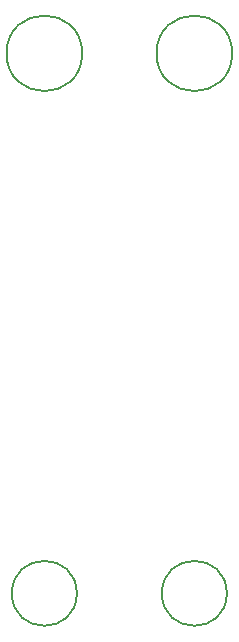
<source format=gbr>
%TF.GenerationSoftware,KiCad,Pcbnew,(6.0.9-0)*%
%TF.CreationDate,2024-03-22T18:27:50+01:00*%
%TF.ProjectId,pt-workshop,70742d77-6f72-46b7-9368-6f702e6b6963,rev?*%
%TF.SameCoordinates,Original*%
%TF.FileFunction,Other,Comment*%
%FSLAX46Y46*%
G04 Gerber Fmt 4.6, Leading zero omitted, Abs format (unit mm)*
G04 Created by KiCad (PCBNEW (6.0.9-0)) date 2024-03-22 18:27:50*
%MOMM*%
%LPD*%
G01*
G04 APERTURE LIST*
%ADD10C,0.150000*%
G04 APERTURE END LIST*
D10*
%TO.C,H103*%
X33230000Y-99060000D02*
G75*
G03*
X33230000Y-99060000I-2750000J0D01*
G01*
%TO.C,H102*%
X33680000Y-53340000D02*
G75*
G03*
X33680000Y-53340000I-3200000J0D01*
G01*
%TO.C,H101*%
X45930000Y-99060000D02*
G75*
G03*
X45930000Y-99060000I-2750000J0D01*
G01*
%TO.C,H104*%
X46380000Y-53340000D02*
G75*
G03*
X46380000Y-53340000I-3200000J0D01*
G01*
%TD*%
M02*

</source>
